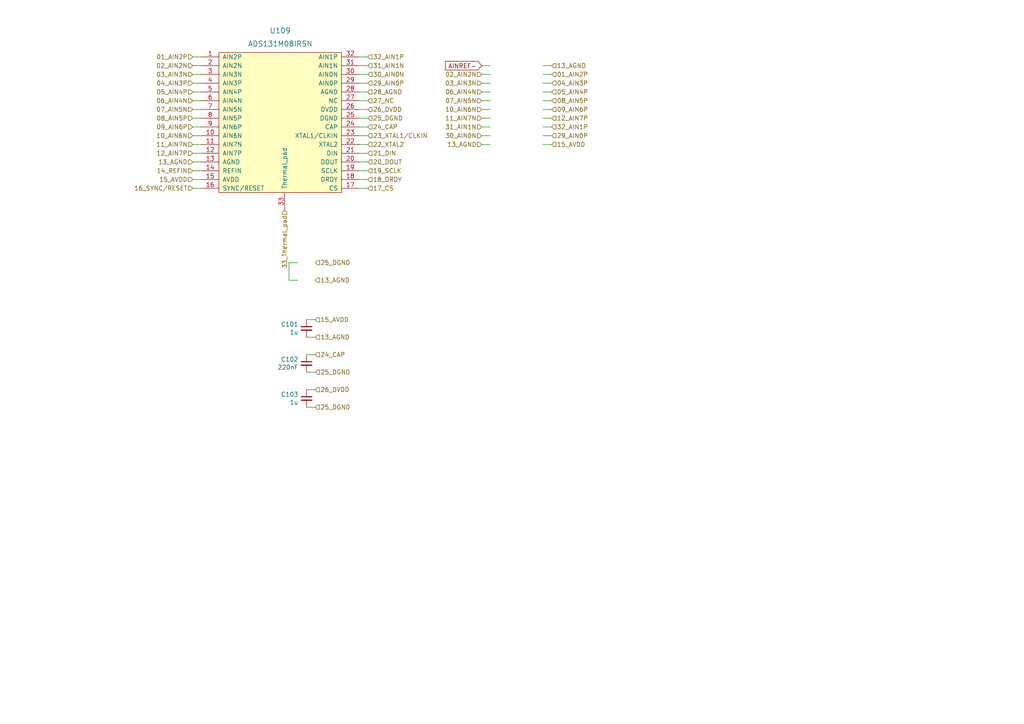
<source format=kicad_sch>
(kicad_sch (version 20210621) (generator eeschema)
  (paper "A4")
  (lib_symbols
    (symbol "FreeEEG32-ads131-rescue:C_Small-Device" (pin_numbers hide) (pin_names (offset 0.254) hide)
      (property "Reference" "C" (at 0.254 1.778 0))
      (property "Value" "C_Small-Device" (at 0.254 -2.032 0))
      (symbol "C_Small-Device_0_1"
        (polyline (pts (xy -1.524 -0.508) (xy 1.524 -0.508)) (stroke (width 0.3302)))
        (polyline (pts (xy -1.524 0.508) (xy 1.524 0.508)) (stroke (width 0.3048)))
      )
      (symbol "C_Small-Device_1_1"
        (pin passive line (at 0 2.54 270) (length 2.032) (name "~") (number "1"))
        (pin passive line (at 0 -2.54 90) (length 2.032) (name "~") (number "2"))
      )
    )
    (symbol "ads131:ADS131M08IPBS" (pin_names (offset 1.016))
      (property "Reference" "U?" (at -1.27 44.45 0))
      (property "Value" "ADS131M08IPBS" (at -1.27 40.64 0))
      (symbol "ADS131M08IPBS_0_1"
        (rectangle (start -19.05 39.37) (end 16.51 -1.27) (fill (type background)))
      )
      (symbol "ADS131M08IPBS_1_1"
        (pin input line (at -24.13 38.1 0) (length 5.08) (name "AIN2P") (number "1"))
        (pin input line (at -24.13 15.24 0) (length 5.08) (name "AIN6N") (number "10"))
        (pin input line (at -24.13 12.7 0) (length 5.08) (name "AIN7N") (number "11"))
        (pin input line (at -24.13 10.16 0) (length 5.08) (name "AIN7P") (number "12"))
        (pin input line (at -24.13 7.62 0) (length 5.08) (name "AGND") (number "13"))
        (pin input line (at -24.13 5.08 0) (length 5.08) (name "REFIN") (number "14"))
        (pin input line (at -24.13 2.54 0) (length 5.08) (name "AVDD") (number "15"))
        (pin input line (at -24.13 0 0) (length 5.08) (name "SYNC/RESET") (number "16"))
        (pin input line (at 21.59 0 180) (length 5.08) (name "CS") (number "17"))
        (pin input line (at 21.59 2.54 180) (length 5.08) (name "DRDY") (number "18"))
        (pin input line (at 21.59 5.08 180) (length 5.08) (name "SCLK") (number "19"))
        (pin input line (at -24.13 35.56 0) (length 5.08) (name "AIN2N") (number "2"))
        (pin input line (at 21.59 7.62 180) (length 5.08) (name "DOUT") (number "20"))
        (pin input line (at 21.59 10.16 180) (length 5.08) (name "DIN") (number "21"))
        (pin input line (at 21.59 12.7 180) (length 5.08) (name "XTAL2") (number "22"))
        (pin input line (at 21.59 15.24 180) (length 5.08) (name "XTAL1/CLKIN") (number "23"))
        (pin input line (at 21.59 17.78 180) (length 5.08) (name "CAP") (number "24"))
        (pin input line (at 21.59 20.32 180) (length 5.08) (name "DGND") (number "25"))
        (pin input line (at 21.59 22.86 180) (length 5.08) (name "DVDD") (number "26"))
        (pin input line (at 21.59 25.4 180) (length 5.08) (name "NC") (number "27"))
        (pin input line (at 21.59 27.94 180) (length 5.08) (name "AGND") (number "28"))
        (pin input line (at 21.59 30.48 180) (length 5.08) (name "AIN0P") (number "29"))
        (pin input line (at -24.13 33.02 0) (length 5.08) (name "AIN3N") (number "3"))
        (pin input line (at 21.59 33.02 180) (length 5.08) (name "AIN0N") (number "30"))
        (pin input line (at 21.59 35.56 180) (length 5.08) (name "AIN1N") (number "31"))
        (pin input line (at 21.59 38.1 180) (length 5.08) (name "AIN1P") (number "32"))
        (pin input line (at 0 -6.35 90) (length 5.08) (name "Thermal_pad") (number "33"))
        (pin input line (at -24.13 30.48 0) (length 5.08) (name "AIN3P") (number "4"))
        (pin input line (at -24.13 27.94 0) (length 5.08) (name "AIN4P") (number "5"))
        (pin input line (at -24.13 25.4 0) (length 5.08) (name "AIN4N") (number "6"))
        (pin input line (at -24.13 22.86 0) (length 5.08) (name "AIN5N") (number "7"))
        (pin input line (at -24.13 20.32 0) (length 5.08) (name "AIN5P") (number "8"))
        (pin input line (at -24.13 17.78 0) (length 5.08) (name "AIN6P") (number "9"))
      )
    )
  )
  (wire (pts (xy 55.88 16.51) (xy 58.42 16.51)))
  (wire (pts (xy 55.88 19.05) (xy 58.42 19.05)))
  (wire (pts (xy 55.88 21.59) (xy 58.42 21.59)))
  (wire (pts (xy 55.88 24.13) (xy 58.42 24.13)))
  (wire (pts (xy 55.88 29.21) (xy 58.42 29.21)))
  (wire (pts (xy 55.88 31.75) (xy 58.42 31.75)))
  (wire (pts (xy 55.88 34.29) (xy 58.42 34.29)))
  (wire (pts (xy 55.88 36.83) (xy 58.42 36.83)))
  (wire (pts (xy 55.88 39.37) (xy 58.42 39.37)))
  (wire (pts (xy 55.88 41.91) (xy 58.42 41.91)))
  (wire (pts (xy 55.88 44.45) (xy 58.42 44.45)))
  (wire (pts (xy 55.88 46.99) (xy 58.42 46.99)))
  (wire (pts (xy 55.88 49.53) (xy 58.42 49.53)))
  (wire (pts (xy 55.88 52.07) (xy 58.42 52.07)))
  (wire (pts (xy 55.88 54.61) (xy 58.42 54.61)))
  (wire (pts (xy 58.42 26.67) (xy 55.88 26.67)))
  (wire (pts (xy 83.82 76.2) (xy 83.82 81.28)))
  (wire (pts (xy 83.82 81.28) (xy 86.36 81.28)))
  (wire (pts (xy 86.36 76.2) (xy 83.82 76.2)))
  (wire (pts (xy 91.44 92.71) (xy 88.9 92.71)))
  (wire (pts (xy 91.44 97.79) (xy 88.9 97.79)))
  (wire (pts (xy 91.44 102.87) (xy 88.9 102.87)))
  (wire (pts (xy 91.44 107.95) (xy 88.9 107.95)))
  (wire (pts (xy 91.44 113.03) (xy 88.9 113.03)))
  (wire (pts (xy 91.44 118.11) (xy 88.9 118.11)))
  (wire (pts (xy 104.14 16.51) (xy 106.68 16.51)))
  (wire (pts (xy 104.14 19.05) (xy 106.68 19.05)))
  (wire (pts (xy 104.14 21.59) (xy 106.68 21.59)))
  (wire (pts (xy 104.14 24.13) (xy 106.68 24.13)))
  (wire (pts (xy 104.14 29.21) (xy 106.68 29.21)))
  (wire (pts (xy 104.14 31.75) (xy 106.68 31.75)))
  (wire (pts (xy 104.14 34.29) (xy 106.68 34.29)))
  (wire (pts (xy 104.14 36.83) (xy 106.68 36.83)))
  (wire (pts (xy 104.14 39.37) (xy 106.68 39.37)))
  (wire (pts (xy 104.14 41.91) (xy 106.68 41.91)))
  (wire (pts (xy 104.14 44.45) (xy 106.68 44.45)))
  (wire (pts (xy 104.14 46.99) (xy 106.68 46.99)))
  (wire (pts (xy 104.14 49.53) (xy 106.68 49.53)))
  (wire (pts (xy 104.14 52.07) (xy 106.68 52.07)))
  (wire (pts (xy 104.14 54.61) (xy 106.68 54.61)))
  (wire (pts (xy 106.68 26.67) (xy 104.14 26.67)))
  (wire (pts (xy 139.7 21.59) (xy 142.24 21.59)))
  (wire (pts (xy 139.7 24.13) (xy 142.24 24.13)))
  (wire (pts (xy 139.7 26.67) (xy 142.24 26.67)))
  (wire (pts (xy 139.7 29.21) (xy 142.24 29.21)))
  (wire (pts (xy 139.7 31.75) (xy 142.24 31.75)))
  (wire (pts (xy 139.7 34.29) (xy 142.24 34.29)))
  (wire (pts (xy 139.7 36.83) (xy 142.24 36.83)))
  (wire (pts (xy 139.7 39.37) (xy 142.24 39.37)))
  (wire (pts (xy 142.24 19.05) (xy 139.7 19.05)))
  (wire (pts (xy 142.24 41.91) (xy 139.7 41.91)))
  (wire (pts (xy 160.02 19.05) (xy 157.48 19.05)))
  (wire (pts (xy 160.02 21.59) (xy 157.48 21.59)))
  (wire (pts (xy 160.02 24.13) (xy 157.48 24.13)))
  (wire (pts (xy 160.02 26.67) (xy 157.48 26.67)))
  (wire (pts (xy 160.02 29.21) (xy 157.48 29.21)))
  (wire (pts (xy 160.02 31.75) (xy 157.48 31.75)))
  (wire (pts (xy 160.02 34.29) (xy 157.48 34.29)))
  (wire (pts (xy 160.02 36.83) (xy 157.48 36.83)))
  (wire (pts (xy 160.02 39.37) (xy 157.48 39.37)))
  (wire (pts (xy 160.02 41.91) (xy 157.48 41.91)))
  (global_label "AINREF-" (shape input) (at 139.7 19.05 180) (property "Intersheet References" "${INTERSHEET_REFS}" (effects hide)))
  (hierarchical_label "01_AIN2P" (shape input) (at 55.88 16.51 180))
  (hierarchical_label "02_AIN2N" (shape input) (at 55.88 19.05 180))
  (hierarchical_label "03_AIN3N" (shape input) (at 55.88 21.59 180))
  (hierarchical_label "04_AIN3P" (shape input) (at 55.88 24.13 180))
  (hierarchical_label "05_AIN4P" (shape input) (at 55.88 26.67 180))
  (hierarchical_label "06_AIN4N" (shape input) (at 55.88 29.21 180))
  (hierarchical_label "07_AIN5N" (shape input) (at 55.88 31.75 180))
  (hierarchical_label "08_AIN5P" (shape input) (at 55.88 34.29 180))
  (hierarchical_label "09_AIN6P" (shape input) (at 55.88 36.83 180))
  (hierarchical_label "10_AIN6N" (shape input) (at 55.88 39.37 180))
  (hierarchical_label "11_AIN7N" (shape input) (at 55.88 41.91 180))
  (hierarchical_label "12_AIN7P" (shape input) (at 55.88 44.45 180))
  (hierarchical_label "13_AGND" (shape input) (at 55.88 46.99 180))
  (hierarchical_label "14_REFIN" (shape input) (at 55.88 49.53 180))
  (hierarchical_label "15_AVDD" (shape input) (at 55.88 52.07 180))
  (hierarchical_label "16_SYNC{slash}RESET" (shape input) (at 55.88 54.61 180))
  (hierarchical_label "33_Thermal_pad" (shape input) (at 82.55 60.96 270))
  (hierarchical_label "25_DGND" (shape input) (at 91.44 76.2 0))
  (hierarchical_label "13_AGND" (shape input) (at 91.44 81.28 0))
  (hierarchical_label "15_AVDD" (shape input) (at 91.44 92.71 0))
  (hierarchical_label "13_AGND" (shape input) (at 91.44 97.79 0))
  (hierarchical_label "24_CAP" (shape input) (at 91.44 102.87 0))
  (hierarchical_label "25_DGND" (shape input) (at 91.44 107.95 0))
  (hierarchical_label "26_DVDD" (shape input) (at 91.44 113.03 0))
  (hierarchical_label "25_DGND" (shape input) (at 91.44 118.11 0))
  (hierarchical_label "32_AIN1P" (shape input) (at 106.68 16.51 0))
  (hierarchical_label "31_AIN1N" (shape input) (at 106.68 19.05 0))
  (hierarchical_label "30_AIN0N" (shape input) (at 106.68 21.59 0))
  (hierarchical_label "29_AIN0P" (shape input) (at 106.68 24.13 0))
  (hierarchical_label "28_AGND" (shape input) (at 106.68 26.67 0))
  (hierarchical_label "27_NC" (shape input) (at 106.68 29.21 0))
  (hierarchical_label "26_DVDD" (shape input) (at 106.68 31.75 0))
  (hierarchical_label "25_DGND" (shape input) (at 106.68 34.29 0))
  (hierarchical_label "24_CAP" (shape input) (at 106.68 36.83 0))
  (hierarchical_label "23_XTAL1{slash}CLKIN" (shape input) (at 106.68 39.37 0))
  (hierarchical_label "22_XTAL2" (shape input) (at 106.68 41.91 0))
  (hierarchical_label "21_DIN" (shape input) (at 106.68 44.45 0))
  (hierarchical_label "20_DOUT" (shape input) (at 106.68 46.99 0))
  (hierarchical_label "19_SCLK" (shape input) (at 106.68 49.53 0))
  (hierarchical_label "18_DRDY" (shape input) (at 106.68 52.07 0))
  (hierarchical_label "17_CS" (shape input) (at 106.68 54.61 0))
  (hierarchical_label "02_AIN2N" (shape input) (at 139.7 21.59 180))
  (hierarchical_label "03_AIN3N" (shape input) (at 139.7 24.13 180))
  (hierarchical_label "06_AIN4N" (shape input) (at 139.7 26.67 180))
  (hierarchical_label "07_AIN5N" (shape input) (at 139.7 29.21 180))
  (hierarchical_label "10_AIN6N" (shape input) (at 139.7 31.75 180))
  (hierarchical_label "11_AIN7N" (shape input) (at 139.7 34.29 180))
  (hierarchical_label "31_AIN1N" (shape input) (at 139.7 36.83 180))
  (hierarchical_label "30_AIN0N" (shape input) (at 139.7 39.37 180))
  (hierarchical_label "13_AGND" (shape input) (at 139.7 41.91 180))
  (hierarchical_label "13_AGND" (shape input) (at 160.02 19.05 0))
  (hierarchical_label "01_AIN2P" (shape input) (at 160.02 21.59 0))
  (hierarchical_label "04_AIN3P" (shape input) (at 160.02 24.13 0))
  (hierarchical_label "05_AIN4P" (shape input) (at 160.02 26.67 0))
  (hierarchical_label "08_AIN5P" (shape input) (at 160.02 29.21 0))
  (hierarchical_label "09_AIN6P" (shape input) (at 160.02 31.75 0))
  (hierarchical_label "12_AIN7P" (shape input) (at 160.02 34.29 0))
  (hierarchical_label "32_AIN1P" (shape input) (at 160.02 36.83 0))
  (hierarchical_label "29_AIN0P" (shape input) (at 160.02 39.37 0))
  (hierarchical_label "15_AVDD" (shape input) (at 160.02 41.91 0))
  (symbol (lib_id "FreeEEG32-ads131-rescue:C_Small-Device") (at 88.9 95.25 0) (mirror y) (unit 1)
    (property "Reference" "C101" (at 86.5632 94.0816 0) (effects (justify left)))
    (property "Value" "1u" (at 86.5632 96.393 0) (effects (justify left)))
    (property "Footprint" "Capacitor_SMD:C_0402_1005Metric" (effects hide))
    (property "Datasheet" "C0G" (effects hide))
    (property "MNP" "CL05A105KO5NNNC" (effects hide))
  )
  (symbol (lib_id "FreeEEG32-ads131-rescue:C_Small-Device") (at 88.9 105.41 0) (mirror y) (unit 1)
    (property "Reference" "C102" (at 86.5632 104.2416 0) (effects (justify left)))
    (property "Value" "220nF" (at 86.5632 106.553 0) (effects (justify left)))
    (property "Footprint" "Capacitor_SMD:C_0402_1005Metric" (effects hide))
    (property "Datasheet" "X7R, not Y5V" (effects hide))
    (property "MNP" "CL05A105KO5NNNC" (effects hide))
  )
  (symbol (lib_id "FreeEEG32-ads131-rescue:C_Small-Device") (at 88.9 115.57 0) (mirror y) (unit 1)
    (property "Reference" "C103" (at 86.5632 114.4016 0) (effects (justify left)))
    (property "Value" "1u" (at 86.5632 116.713 0) (effects (justify left)))
    (property "Footprint" "Capacitor_SMD:C_0402_1005Metric" (effects hide))
    (property "Datasheet" "X7R, not Y5V" (effects hide))
    (property "MNP" "CL05A105KO5NNNC" (effects hide))
  )
  (symbol (lib_id "ads131:ADS131M08IPBS") (at 82.55 54.61 0) (unit 1)
    (property "Reference" "U109" (at 81.28 8.89 0) (effects (font (size 1.524 1.524))))
    (property "Value" "ADS131M08IRSN" (at 81.28 12.7 0) (effects (font (size 1.524 1.524))))
    (property "Footprint" "Package_DFN_QFN:QFN-32-1EP_4x4mm_P0.4mm_EP2.65x2.65mm_ThermalVias" (effects hide))
    (property "MNP" "AD7771BCPZ" (effects hide))
    (property "Manufacturer" "Analog Devices" (effects hide))
  )
)
</source>
